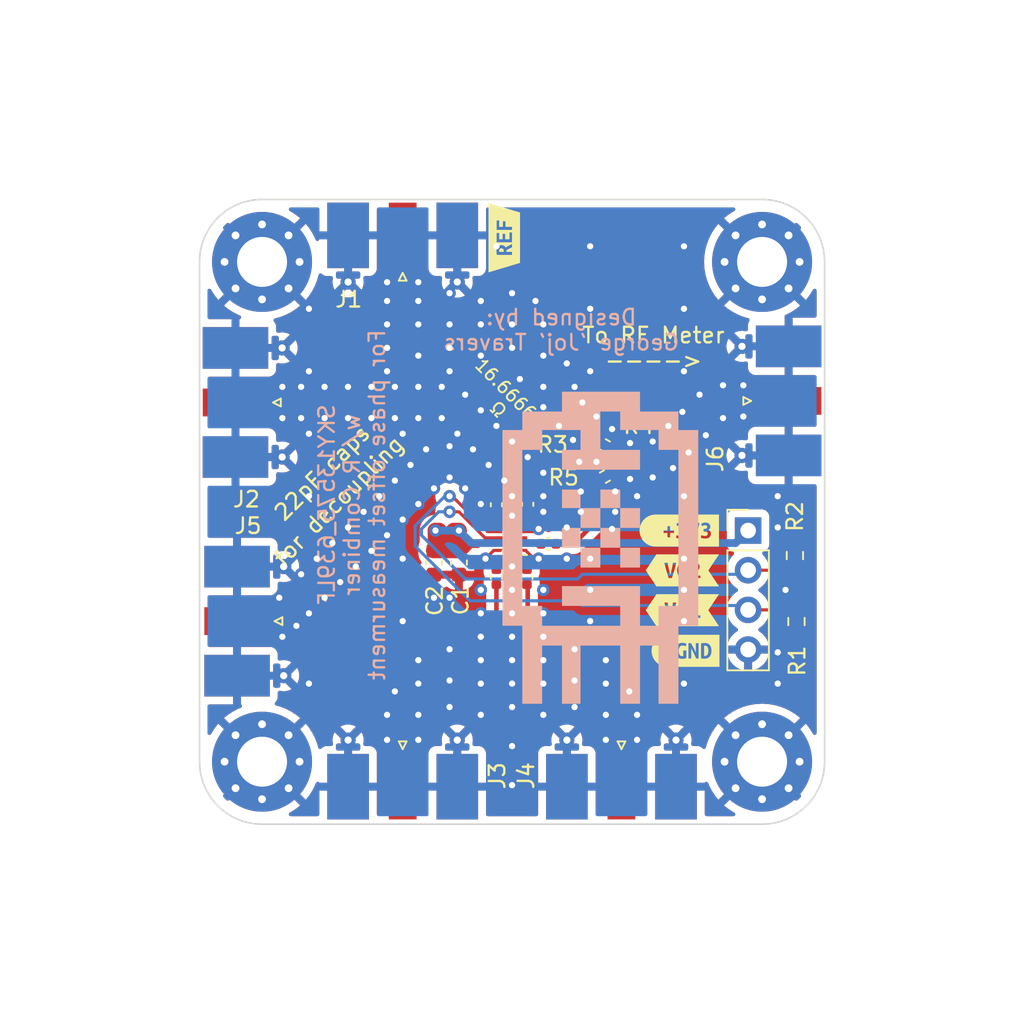
<source format=kicad_pcb>
(kicad_pcb (version 20211014) (generator pcbnew)

  (general
    (thickness 1.594)
  )

  (paper "A4")
  (layers
    (0 "F.Cu" jumper)
    (1 "In1.Cu" signal)
    (2 "In2.Cu" signal)
    (31 "B.Cu" signal)
    (32 "B.Adhes" user "B.Adhesive")
    (33 "F.Adhes" user "F.Adhesive")
    (34 "B.Paste" user)
    (35 "F.Paste" user)
    (36 "B.SilkS" user "B.Silkscreen")
    (37 "F.SilkS" user "F.Silkscreen")
    (38 "B.Mask" user)
    (39 "F.Mask" user)
    (40 "Dwgs.User" user "User.Drawings")
    (41 "Cmts.User" user "User.Comments")
    (42 "Eco1.User" user "User.Eco1")
    (43 "Eco2.User" user "User.Eco2")
    (44 "Edge.Cuts" user)
    (45 "Margin" user)
    (46 "B.CrtYd" user "B.Courtyard")
    (47 "F.CrtYd" user "F.Courtyard")
    (48 "B.Fab" user)
    (49 "F.Fab" user)
    (50 "User.1" user)
    (51 "User.2" user)
    (52 "User.3" user)
    (53 "User.4" user)
    (54 "User.5" user)
    (55 "User.6" user)
    (56 "User.7" user)
    (57 "User.8" user)
    (58 "User.9" user)
  )

  (setup
    (stackup
      (layer "F.SilkS" (type "Top Silk Screen") (color "White"))
      (layer "F.Paste" (type "Top Solder Paste"))
      (layer "F.Mask" (type "Top Solder Mask") (color "Purple") (thickness 0.01))
      (layer "F.Cu" (type "copper") (thickness 0.035))
      (layer "dielectric 1" (type "core") (thickness 0.49) (material "FR4") (epsilon_r 4.5) (loss_tangent 0.02))
      (layer "In1.Cu" (type "copper") (thickness 0.017))
      (layer "dielectric 2" (type "prepreg") (thickness 0.49) (material "FR4") (epsilon_r 4.5) (loss_tangent 0.02))
      (layer "In2.Cu" (type "copper") (thickness 0.017))
      (layer "dielectric 3" (type "core") (thickness 0.49) (material "FR4") (epsilon_r 4.5) (loss_tangent 0.02))
      (layer "B.Cu" (type "copper") (thickness 0.035))
      (layer "B.Mask" (type "Bottom Solder Mask") (color "Purple") (thickness 0.01))
      (layer "B.Paste" (type "Bottom Solder Paste"))
      (layer "B.SilkS" (type "Bottom Silk Screen") (color "White"))
      (copper_finish "None")
      (dielectric_constraints no)
    )
    (pad_to_mask_clearance 0)
    (pcbplotparams
      (layerselection 0x00010fc_ffffffff)
      (disableapertmacros false)
      (usegerberextensions false)
      (usegerberattributes true)
      (usegerberadvancedattributes true)
      (creategerberjobfile true)
      (svguseinch false)
      (svgprecision 6)
      (excludeedgelayer true)
      (plotframeref false)
      (viasonmask false)
      (mode 1)
      (useauxorigin false)
      (hpglpennumber 1)
      (hpglpenspeed 20)
      (hpglpendiameter 15.000000)
      (dxfpolygonmode true)
      (dxfimperialunits true)
      (dxfusepcbnewfont true)
      (psnegative false)
      (psa4output false)
      (plotreference true)
      (plotvalue true)
      (plotinvisibletext false)
      (sketchpadsonfab false)
      (subtractmaskfromsilk false)
      (outputformat 1)
      (mirror false)
      (drillshape 0)
      (scaleselection 1)
      (outputdirectory "gerbers")
    )
  )

  (net 0 "")
  (net 1 "+3V3")
  (net 2 "GND")
  (net 3 "2")
  (net 4 "Net-(C3-Pad2)")
  (net 5 "3")
  (net 6 "Net-(C4-Pad2)")
  (net 7 "Net-(C5-Pad1)")
  (net 8 "Net-(C5-Pad2)")
  (net 9 "4")
  (net 10 "Net-(C6-Pad2)")
  (net 11 "5")
  (net 12 "Net-(C7-Pad2)")
  (net 13 "VC1")
  (net 14 "VC2")
  (net 15 "1 (REF)")
  (net 16 "Net-(R3-Pad2)")
  (net 17 "Net-(J6-Pad1)")

  (footprint "kibuzzard-62EA5950" (layer "F.Cu") (at 215.5 31.45 90))

  (footprint "kibuzzard-62EA58B8" (layer "F.Cu") (at 226.9 55.3))

  (footprint "MountingHole:MountingHole_3.2mm_M3_Pad_Via" (layer "F.Cu") (at 232 33))

  (footprint "kibuzzard-62EA58A6" (layer "F.Cu") (at 227.1 57.9))

  (footprint "Capacitor_SMD:C_0402_1005Metric" (layer "F.Cu") (at 217 48.52 -90))

  (footprint "Capacitor_SMD:C_0402_1005Metric" (layer "F.Cu") (at 218.33 51.05))

  (footprint "Capacitor_SMD:C_0402_1005Metric" (layer "F.Cu") (at 215 53.18 90))

  (footprint "Resistor_SMD:R_0402_1005Metric" (layer "F.Cu") (at 223.86 45.75))

  (footprint "Connector_Coaxial:SMA_Molex_73251-2120_EdgeMount_Horizontal" (layer "F.Cu") (at 209 66.6 -90))

  (footprint "MountingHole:MountingHole_3.2mm_M3_Pad_Via" (layer "F.Cu") (at 200 33))

  (footprint "Capacitor_SMD:C_0603_1608Metric" (layer "F.Cu") (at 212.6 52.25 -90))

  (footprint "Connector_Coaxial:SMA_Molex_73251-2120_EdgeMount_Horizontal" (layer "F.Cu") (at 209 31.3 90))

  (footprint "kibuzzard-62EA58C1" (layer "F.Cu") (at 226.9 52.75))

  (footprint "kibuzzard-62EA5893" (layer "F.Cu") (at 226.7 50.2))

  (footprint "MountingHole:MountingHole_3.2mm_M3_Pad_Via" (layer "F.Cu") (at 200 65))

  (footprint "RF:Skyworks_SKY13575_639LF" (layer "F.Cu") (at 216 50.87 180))

  (footprint "Connector_PinHeader_2.54mm:PinHeader_1x04_P2.54mm_Vertical" (layer "F.Cu") (at 231.106673 50.2))

  (footprint "Connector_Coaxial:SMA_Molex_73251-2120_EdgeMount_Horizontal" (layer "F.Cu") (at 233.7 41.9))

  (footprint "Capacitor_SMD:C_0402_1005Metric" (layer "F.Cu") (at 216.95 53.18 90))

  (footprint "Connector_Coaxial:SMA_Molex_73251-2120_EdgeMount_Horizontal" (layer "F.Cu") (at 223 66.6 -90))

  (footprint "Resistor_SMD:R_0402_1005Metric" (layer "F.Cu") (at 221.941673 44.755 -30))

  (footprint "Capacitor_SMD:C_0402_1005Metric" (layer "F.Cu") (at 215 48.55 -90))

  (footprint "Resistor_SMD:R_0603_1608Metric" (layer "F.Cu") (at 234.1 51.8 -90))

  (footprint "Capacitor_SMD:C_0603_1608Metric" (layer "F.Cu") (at 211 52.25 -90))

  (footprint "MountingHole:MountingHole_3.2mm_M3_Pad_Via" (layer "F.Cu") (at 232 65))

  (footprint "Connector_Coaxial:SMA_Molex_73251-2120_EdgeMount_Horizontal" (layer "F.Cu") (at 198.3 42 180))

  (footprint "Resistor_SMD:R_0603_1608Metric" (layer "F.Cu") (at 234.2 56.025 90))

  (footprint "Resistor_SMD:R_0402_1005Metric" (layer "F.Cu") (at 221.941673 46.745 30))

  (footprint "Connector_Coaxial:SMA_Molex_73251-2120_EdgeMount_Horizontal" (layer "F.Cu") (at 198.4 56 180))

  (footprint "Graphics:BEE" (layer "B.Cu") (at 221.65 51.3 180))

  (gr_line (start 196 33) (end 196 65) (layer "Edge.Cuts") (width 0.1) (tstamp 3998dc9e-7b31-44da-ab3c-54318f1db859))
  (gr_arc (start 236 65) (mid 234.828427 67.828427) (end 232 69) (layer "Edge.Cuts") (width 0.1) (tstamp 5ce28a3d-ad76-4f11-8e73-46475ad6ee17))
  (gr_arc (start 196 33) (mid 197.171573 30.171573) (end 200 29) (layer "Edge.Cuts") (width 0.1) (tstamp 6ea13b63-3185-4073-9e61-3050f4643760))
  (gr_arc (start 200 69) (mid 197.171573 67.828427) (end 196 65) (layer "Edge.Cuts") (width 0.1) (tstamp 94920d4f-fe03-4fd5-9ec5-17917dc209f3))
  (gr_arc (start 232 29) (mid 234.828427 30.171573) (end 236 33) (layer "Edge.Cuts") (width 0.1) (tstamp 9e33a3d6-f1b5-4d14-adfd-76a59635b5e6))
  (gr_line (start 232 69) (end 200 69) (layer "Edge.Cuts") (width 0.1) (tstamp a57af9a1-066a-4889-8885-6649fcb0584f))
  (gr_line (start 236 33) (end 236 65) (layer "Edge.Cuts") (width 0.1) (tstamp d04b08c7-6a1f-4ee9-b649-e16eba3d10e5))
  (gr_line (start 200 29) (end 232 29) (layer "Edge.Cuts") (width 0.1) (tstamp f6f6a073-4e4b-421f-b04b-481957bb5dff))
  (gr_text "Designed by:\nGeorge 'Joj' Travers" (at 219.15 37.35) (layer "B.SilkS") (tstamp cc5fabb2-a37f-4232-84ad-70072800c032)
    (effects (font (size 1 1) (thickness 0.15)) (justify mirror))
  )
  (gr_text "SKY13575_639LF\nw/ R Combiner\nFor phase offset measurment" (at 205.75 48.55 90) (layer "B.SilkS") (tstamp f298b884-17b4-4424-9ca3-ef43244d2c7a)
    (effects (font (size 1 1) (thickness 0.15)) (justify mirror))
  )
  (gr_text "22pF caps" (at 203.85 46.5 45) (layer "F.SilkS") (tstamp 1f5effcc-6ff8-4d86-8883-37cb32f032e2)
    (effects (font (size 1 1) (thickness 0.15)))
  )
  (gr_text "for decoupling\n" (at 204.9 48.3 45) (layer "F.SilkS") (tstamp 52ba0c7f-c134-48c6-a4c7-0821cb4c13cc)
    (effects (font (size 1 1) (thickness 0.15)))
  )
  (gr_text "16.6666...\nΩ" (at 215.55 42 315) (layer "F.SilkS") (tstamp 98dce703-9dc0-4afb-ab17-229165dfeb98)
    (effects (font (size 0.8 0.8) (thickness 0.12)))
  )
  (gr_text "To RF Meter\n---->" (at 225.05 38.5) (layer "F.SilkS") (tstamp a32039c6-2c9a-445d-af62-18f7085afbc6)
    (effects (font (size 1 1) (thickness 0.15)))
  )

  (segment (start 213.005 51.07) (end 213.78 51.07) (width 0.5) (layer "F.Cu") (net 1) (tstamp 012268fc-6686-4df6-85b4-c4092a2d6999))
  (segment (start 212.6 51.475) (end 213.005 51.07) (width 1) (layer "F.Cu") (net 1) (tstamp 3a218f8d-2fd0-4f46-ac65-e4882e31e4c2))
  (segment (start 211.1 51.375) (end 211 51.475) (width 1) (layer "F.Cu") (net 1) (tstamp 3ebc2cd3-9c56-46ef-a651-31fd440b33ea))
  (segment (start 215.07 51.07) (end 215.0695 51.0695) (width 0.2) (layer "F.Cu") (net 1) (tstamp 4ae2ca0b-cfc3-489f-b8dd-0e49a3eafa97))
  (segment (start 211.325 50.2) (end 212.6 51.475) (width 1) (layer "F.Cu") (net 1) (tstamp 5a893204-fa1d-4770-a27a-379266860f24))
  (segment (start 211.1 50.2) (end 211.1 51.375) (width 1) (layer "F.Cu") (net 1) (tstamp 5aa54319-13d9-46f1-880d-a9136faf2327))
  (segment (start 211.1 50.2) (end 211.325 50.2) (width 1) (layer "F.Cu") (net 1) (tstamp 90e4896c-d187-4981-90df-0aab2b236d31))
  (segment (start 212.6 50.2) (end 212.6 51.475) (width 1) (layer "F.Cu") (net 1) (tstamp a145ae44-c7d4-424e-acd7-54fbaf96eb64))
  (segment (start 212.6 50.2) (end 212.275 50.2) (width 1) (layer "F.Cu") (net 1) (tstamp b08f37fb-9524-4644-a28d-57b016079b92))
  (segment (start 215.228 51.07) (end 213.92 51.07) (width 0.2) (layer "F.Cu") (net 1) (tstamp bd28e9cf-9b69-4574-abdb-87d104571a0e))
  (segment (start 212.6 51.475) (end 211 51.475) (width 1) (layer "F.Cu") (net 1) (tstamp d9c6f7ae-7385-46ae-a461-752729b08fa2))
  (segment (start 213.92 51.07) (end 213.78 51.07) (width 0.2) (layer "F.Cu") (net 1) (tstamp dd0e9123-2464-4835-9bb2-c96dce7c33bf))
  (segment (start 212.275 50.2) (end 211 51.475) (width 1) (layer "F.Cu") (net 1) (tstamp e0881201-a753-4531-b97b-4c2f5e47a2f6))
  (segment (start 212.6 51.475) (end 212.825 51.25) (width 0.5) (layer "F.Cu") (net 1) (tstamp e8291981-9d46-4e1a-a8fa-fcd0df263b8c))
  (segment (start 215.228 51.07) (end 215.07 51.07) (width 0.2) (layer "F.Cu") (net 1) (tstamp eca987e9-313e-4721-97de-ecc1c4e35eb2))
  (via (at 212.6 50.2) (size 0.8) (drill 0.4) (layers "F.Cu" "B.Cu") (free) (net 1) (tstamp 1b8d8bc1-4f2e-4501-8438-1a4b93377fc8))
  (via (at 211.1 50.2) (size 0.8) (drill 0.4) (layers "F.Cu" "B.Cu") (free) (net 1) (tstamp ddbdc4b8-0f7c-4034-a885-d40bfc8a1284))
  (segment (start 211.1 50.2) (end 212.6 50.2) (width 0.5) (layer "B.Cu") (net 1) (tstamp 19a00be9-a5d1-416f-8b4b-30ee690c46dd))
  (segment (start 230.306673 51) (end 231.106673 50.2) (width 0.5) (layer "B.Cu") (net 1) (tstamp 254a9178-d73e-4452-9487-7c26170c86cb))
  (segment (start 212.6 50.2) (end 213.4 51) (width 0.5) (layer "B.Cu") (net 1) (tstamp 6d55165d-9776-4c31-b093-70c4e14afe4f))
  (segment (start 213.4 51) (end 230.306673 51) (width 0.5) (layer "B.Cu") (net 1) (tstamp ba4fe843-d30c-4dbc-aa4b-0ca253c4adfb))
  (segment (start 216 50.87) (end 216 51.642) (width 0.2) (layer "F.Cu") (net 2) (tstamp 1b2fdd7f-525c-47e2-9a26-d3e410155653))
  (segment (start 217.532 50.268) (end 217.7 50.1) (width 0.2) (layer "F.Cu") (net 2) (tstamp 2934886d-7016-4ba8-a26f-b19c23b5cc52))
  (segment (start 216.866 50.268) (end 217.532 50.268) (width 0.2) (layer "F.Cu") (net 2) (tstamp 650b0955-b17e-41ce-b1c5-0af548e32da7))
  (segment (start 216 51.642) (end 216 52.5) (width 0.2) (layer "F.Cu") (net 2) (tstamp 7ddc6a9d-5d1d-41e2-b9a4-3f0f93bab3e4))
  (segment (start 215.128 51.47) (end 214.83 51.47) (width 0.2) (layer "F.Cu") (net 2) (tstamp 86460793-718d-4830-b3ba-87ca7513d922))
  (segment (start 216 49.25) (end 216 50.098) (width 0.2) (layer "F.Cu") (net 2) (tstamp 8cbbaf91-ccdb-41f9-862d-7f3a892ba1d1))
  (segment (start 214.83 51.47) (end 214.3 52) (width 0.2) (layer "F.Cu") (net 2) (tstamp 8fbcbc16-546e-4ab2-a054-2d942751a032))
  (segment (start 216 50.87) (end 216 50.098) (width 0.2) (layer "F.Cu") (net 2) (tstamp 917b000a-a18f-4a64-a780-62e0595db609))
  (segment (start 216.2 50.67) (end 216.772 50.67) (width 0.2) (layer "F.Cu") (net 2) (tstamp a8f5055d-04b1-447d-9ff6-779ca17d1016))
  (segment (start 217.7 52) (end 217.395 52) (width 0.2) (layer "F.Cu") (net 2) (tstamp aa0714cf-e37c-44fd-88b7-25fd422edf82))
  (segment (start 216 50.87) (end 216.2 50.67) (width 0.2) (layer "F.Cu") (net 2) (tstamp d2a556ef-9a00-4a95-8130-46464cb7dcb0))
  (segment (start 217.395 52) (end 216.866 51.471) (width 0.2) (layer "F.Cu") (net 2) (tstamp d340e135-1d3f-482c-a753-467588eaca45))
  (via (at 227 36) (size 0.8) (drill 0.4) (layers "F.Cu" "B.Cu") (free) (net 2) (tstamp 00fecde9-3a73-4265-8a21-a317b21f85d8))
  (via (at 222.4 43.7) (size 0.8) (drill 0.4) (layers "F.Cu" "B.Cu") (free) (net 2) (tstamp 058cb416-3110-4ca2-a5c7-25fd0d4cf472))
  (via (at 221 32) (size 0.8) (drill 0.4) (layers "F.Cu" "B.Cu") (free) (net 2) (tstamp 08445f36-01bc-4668-8d28-c0c2f74c1133))
  (via (at 223.55 46.9) (size 0.8) (drill 0.4) (layers "F.Cu" "B.Cu") (free) (net 2) (tstamp 0a93d9fb-34d1-4fef-932c-42bd240ec7b9))
  (via (at 217.7 50.1) (size 0.8) (drill 0.4) (layers "F.Cu" "B.Cu") (free) (net 2) (tstamp 0ad2b623-a2c8-4b0c-9c8c-c3aeafc98bc6))
  (via (at 220 41) (size 0.8) (drill 0.4) (layers "F.Cu" "B.Cu") (free) (net 2) (tstamp 0ba4f1c6-6494-4422-be1d-83b023f8eb82))
  (via locked (at 216 54) (size 0.8) (drill 0.4) (layers "F.Cu" "B.Cu") (free) (net 2) (tstamp 1341cd6c-5789-4df1-b016-7e8e41105160))
  (via (at 218 62) (size 0.8) (drill 0.4) (layers "F.Cu" "B.Cu") (free) (net 2) (tstamp 1716b898-e66f-46bd-bee9-93a6b4a4f037))
  (via (at 220 57.8) (size 0.8) (drill 0.4) (layers "F.Cu" "B.Cu") (free) (net 2) (tstamp 18cc154f-ba80-4057-81c3-4290304b5fda))
  (via (at 210 58.5) (size 0.8) (drill 0.4) (layers "F.Cu" "B.Cu") (free) (net 2) (tstamp 1915f54d-da6e-4165-8fa2-7c6f2816d55b))
  (via locked (at 214 48.5) (size 0.8) (drill 0.4) (layers "F.Cu" "B.Cu") (free) (net 2) (tstamp 19a2a29a-5c4d-48be-8768-ed1c2bc70556))
  (via (at 224 48) (size 0.8) (drill 0.4) (layers "F.Cu" "B.Cu") (free) (net 2) (tstamp 1b44b85d-f406-493c-b386-e6cc2fdbf5bd))
  (via locked (at 205.5 43) (size 0.8) (drill 0.4) (layers "F.Cu" "B.Cu") (free) (net 2) (tstamp 1b98a9c9-780a-4280-8613-e06c8a6542a7))
  (via (at 206.5 49) (size 0.8) (drill 0.4) (layers "F.Cu" "B.Cu") (free) (net 2) (tstamp 1c98b871-00e6-41be-84d9-0be5c3362a80))
  (via locked (at 211.5 43) (size 0.8) (drill 0.4) (layers "F.Cu" "B.Cu") (free) (net 2) (tstamp 1f78e17f-9c8f-46fb-b7a8-3492e30e2836))
  (via (at 205.5 50) (size 0.8) (drill 0.4) (layers "F.Cu" "B.Cu") (free) (net 2) (tstamp 2117f550-e61c-447a-89ae-70610be58a21))
  (via (at 216 66.5) (size 0.8) (drill 0.4) (layers "F.Cu" "B.Cu") (free) (net 2) (tstamp 24f723f9-809a-47f2-b54c-b3898d76c4ce))
  (via (at 233 48) (size 0.8) (drill 0.4) (layers "F.Cu" "B.Cu") (free) (net 2) (tstamp 255512c3-5073-41b3-956c-d12ce5d8aacf))
  (via locked (at 204 41) (size 0.8) (drill 0.4) (layers "F.Cu" "B.Cu") (free) (net 2) (tstamp 2598cc34-98d0-4020-8b04-cabe01b13658))
  (via (at 217 45.5) (size 0.8) (drill 0.4) (layers "F.Cu" "B.Cu") (free) (net 2) (tstamp 2a08f103-d0b9-4ca2-b83e-a8fc91329683))
  (via (at 225 46.8) (size 0.8) (drill 0.4) (layers "F.Cu" "B.Cu") (free) (net 2) (tstamp 2a90d3fd-8bfc-4cfd-a1e0-5d4d003e9464))
  (via (at 210 39) (size 0.8) (drill 0.4) (layers "F.Cu" "B.Cu") (free) (net 2) (tstamp 2c245652-8dfe-4146-9a43-7c1d1d67832b))
  (via (at 221 56) (size 0.8) (drill 0.4) (layers "F.Cu" "B.Cu") (free) (net 2) (tstamp 2d98257d-8c8d-42c5-b7f6-4b33c63c49e3))
  (via (at 227.3 45.2) (size 0.8) (drill 0.4) (layers "F.Cu" "B.Cu") (free) (net 2) (tstamp 31bbd525-83b6-412d-a6d2-3545c4036c0e))
  (via locked (at 216 55.5) (size 0.8) (drill 0.4) (layers "F.Cu" "B.Cu") (free) (net 2) (tstamp 32969468-aaa1-44bb-ada4-7a32e0f041d4))
  (via (at 218 42.3) (size 0.8) (drill 0.4) (layers "F.Cu" "B.Cu") (free) (net 2) (tstamp 3329956b-100e-4d45-983d-07793442e7ca))
  (via (at 220.4 49) (size 0.8) (drill 0.4) (layers "F.Cu" "B.Cu") (free) (net 2) (tstamp 372a209e-987e-4529-87e0-dfd368857911))
  (via locked (at 205.5 41) (size 0.8) (drill 0.4) (layers "F.Cu" "B.Cu") (free) (net 2) (tstamp 378f88a8-6c14-40a4-aa65-02da4cbe7481))
  (via (at 219.5 39.5) (size 0.8) (drill 0.4) (layers "F.Cu" "B.Cu") (free) (net 2) (tstamp 39bf9596-a440-4860-97cd-1823ddb99479))
  (via (at 233 50) (size 0.8) (drill 0.4) (layers "F.Cu" "B.Cu") (free) (net 2) (tstamp 3b125daf-3a2b-4d6f-b655-0d3f87559548))
  (via locked (at 214 57) (size 0.8) (drill 0.4) (layers "F.Cu" "B.Cu") (free) (net 2) (tstamp 3b470c73-c719-4f84-89f2-4aa97414be8e))
  (via (at 208 37) (size 0.8) (drill 0.4) (layers "F.Cu" "B.Cu") (free) (net 2) (tstamp 3cee44e4-bf19-47a8-86f3-858e4d0987c1))
  (via (at 216 44.5) (size 0.8) (drill 0.4) (layers "F.Cu" "B.Cu") (free) (net 2) (tstamp 3f05fe49-40df-4738-aaab-4a2c80dae190))
  (via (at 209 49.5) (size 0.8) (drill 0.4) (layers "F.Cu" "B.Cu") (free) (net 2) (tstamp 406e2c3c-4b49-4eaf-8a2e-86ee008e22e3))
  (via (at 217.5 35.5) (size 0.8) (drill 0.4) (layers "F.Cu" "B.Cu") (free) (net 2) (tstamp 40d9a8a9-d0c4-43f4-98e0-c48223aebc1a))
  (via (at 216 52.5) (size 0.8) (drill 0.4) (layers "F.Cu" "B.Cu") (free) (net 2) (tstamp 40ddd1a0-6d10-4958-9f8a-3b6c253f7f80))
  (via (at 227 32) (size 0.8) (drill 0.4) (layers "F.Cu" "B.Cu") (free) (net 2) (tstamp 41d396c0-b9ff-4bdf-bd86-fc22ef761e94))
  (via (at 216 61.5) (size 0.8) (drill 0.4) (layers "F.Cu" "B.Cu") (free) (net 2) (tstamp 42ed7ad0-6591-4afb-ade4-8a4300b9b1f8))
  (via (at 220 61.5) (size 0.8) (drill 0.4) (layers "F.Cu" "B.Cu") (free) (net 2) (tstamp 44946c8a-b659-45a1-8fb9-87d8da314729))
  (via (at 210 62) (size 0.8) (drill 0.4) (layers "F.Cu" "B.Cu") (free) (net 2) (tstamp 44bd0bee-9481-4ffe-aed8-a46a9783c521))
  (via (at 203 48) (size 0.8) (drill 0.4) (layers "F.Cu" "B.Cu") (free) (net 2) (tstamp 455acfe8-06e8-4fc5-847e-f93f4a0c8fe7))
  (via (at 212 59.8) (size 0.8) (drill 0.4) (layers "F.Cu" "B.Cu") (free) (net 2) (tstamp 461c638f-db35-413c-8439-f9940e05c935))
  (via locked (at 204 43) (size 0.8) (drill 0.4) (layers "F.Cu" "B.Cu") (free) (net 2) (tstamp 47cebe47-3d3b-4265-9978-981b0832f80d))
  (via (at 208 50.5) (size 0.8) (drill 0.4) (layers "F.Cu" "B.Cu") (free) (net 2) (tstamp 4cf0cd3f-a3d3-4272-839c-6db84a7a5f34))
  (via (at 223.55 44.6) (size 0.8) (drill 0.4) (layers "F.Cu" "B.Cu") (free) (net 2) (tstamp 4d389db9-9ead-46d3-92f6-18394d029fd6))
  (via (at 210 37) (size 0.8) (drill 0.4) (layers "F.Cu" "B.Cu") (free) (net 2) (tstamp 4f3072e8-96e4-4457-90cc-8e7df315d62b))
  (via (at 224 62) (size 0.8) (drill 0.4) (layers "F.Cu" "B.Cu") (free) (net 2) (tstamp 4ff7535b-ddd8-495f-83a9-936a3edcd7bc))
  (via (at 227 56) (size 0.8) (drill 0.4) (layers "F.Cu" "B.Cu") (free) (net 2) (tstamp 52374a24-3850-42e8-9d43-9251470779a4))
  (via (at 220.4 47.7) (size 0.8) (drill 0.4) (layers "F.Cu" "B.Cu") (free) (net 2) (tstamp 5283864c-6e47-4bca-9526-653c8db7f903))
  (via (at 221 40) (size 0.8) (drill 0.4) (layers "F.Cu" "B.Cu") (free) (net 2) (tstamp 52dfa6e5-6b71-4e15-9326-a2f4f354ede2))
  (via (at 222.6 47.7) (size 0.8) (drill 0.4) (layers "F.Cu" "B.Cu") (free) (net 2) (tstamp 543f0219-51b9-400f-a136-4ccd96c292c0))
  (via (at 210 48.5) (size 0.8) (drill 0.4) (layers "F.Cu" "B.Cu") (free) (net 2) (tstamp 55db03f2-7719-431d-8529-5749733b8ff3))
  (via (at 229.5 40.9) (size 0.8) (drill 0.4) (layers "F.Cu" "B.Cu") (free) (net 2) (tstamp 563dd563-7477-4695-a698-df81d2123a4a))
  (via (at 214 35.5) (size 0.8) (drill 0.4) (layers "F.Cu" "B.Cu") (free) (net 2) (tstamp 56c5be11-a204-4082-8130-d4c68d9e4c0d))
  (via (at 218 39) (size 0.8) (drill 0.4) (layers "F.Cu" "B.Cu") (free) (net 2) (tstamp 59a8f73a-5061-4cb0-927c-4eb93a5f4f96))
  (via (at 201.3 57) (size 0.8) (drill 0.4) (layers "F.Cu" "B.Cu") (free) (net 2) (tstamp 5a769698-4c2f-42ba-bb8e-4295634bb174))
  (via (at 212 38.5) (size 0.8) (drill 0.4) (layers "F.Cu" "B.Cu") (free) (net 2) (tstamp 5cb54571-25a4-441a-bb99-7994527de3a7))
  (via locked (at 207 41) (size 0.8) (drill 0.4) (layers "F.Cu" "B.Cu") (free) (net 2) (tstamp 5d4c84be-22b6-47f8-a17d-381e4a1f82d2))
  (via (at 208 35.5) (size 0.8) (drill 0.4) (layers "F.Cu" "B.Cu") (free) (net 2) (tstamp 6307565d-34be-412d-8166-b2ffc22dcd81))
  (via (at 221.4 42.9) (size 0.8) (drill 0.4) (layers "F.Cu" "B.Cu") (free) (net 2) (tstamp 63626aa6-3f91-4204-86d7-487cd8f4f078))
  (via (at 203 36) (size 0.8) (drill 0.4) (layers "F.Cu" "B.Cu") (free) (net 2) (tstamp 64b7ae3d-e52a-4589-a7dd-e2e27f02c003))
  (via (at 222.4 50.1) (size 0.8) (drill 0.4) (layers "F.Cu" "B.Cu") (free) (net 2) (tstamp 64d67321-7975-4a4c-bc93-847a568984a1))
  (via (at 212 44.8) (size 0.8) (drill 0.4) (layers "F.Cu" "B.Cu") (free) (net 2) (tstamp 6633cb50-b23d-4a0b-9698-21fb9d4d6d5c))
  (via locked (at 208.5 43) (size 0.8) (drill 0.4) (layers "F.Cu" "B.Cu") (free) (net 2) (tstamp 68fc9b63-876b-4c6b-a8c0-b4628d456b64))
  (via (at 227 40) (size 0.8) (drill 0.4) (layers "F.Cu" "B.Cu") (free) (net 2) (tstamp 6e48bb35-e2cb-401a-9021-06bb4ca0a976))
  (via (at 221 52) (size 0.8) (drill 0.4) (layers "F.Cu" "B.Cu") (free) (net 2) (tstamp 70a942fb-6c97-4f5c-b03f-11dac46d7ab6))
  (via locked (at 214 54) (size 0.8) (drill 0.4) (layers "F.Cu" "B.Cu") (free) (net 2) (tstamp 70d502a5-45c1-4117-9d10-72bdc32b288b))
  (via (at 211 47.5) (size 0.8) (drill 0.4) (layers "F.Cu" "B.Cu") (free) (net 2) (tstamp 75a9ab9f-7113-4123-b222-5c2843b76ad8))
  (via (at 227 48) (size 0.8) (drill 0.4) (layers "F.Cu" "B.Cu") (free) (net 2) (tstamp 771f3550-cad0-46e9-ab2f-697df58ee85d))
  (via (at 208 38.5) (size 0.8) (drill 0.4) (layers "F.Cu" "B.Cu") (free) (net 2) (tstamp 7751e3c3-94a4-4895-8b77-059977f57aa9))
  (via locked (at 216 57) (size 0.8) (drill 0.4) (layers "F.Cu" "B.Cu") (free) (net 2) (tstamp 7c22aa6c-eadd-48db-a00d-55591df28f3d))
  (via (at 203 44) (size 0.8) (drill 0.4) (layers "F.Cu" "B.Cu") (free) (net 2) (tstamp 7d469328-7407-4aca-8511-0abdd95df6f9))
  (via (at 217.7 52) (size 0.8) (drill 0.4) (layers "F.Cu" "B.Cu") (free) (net 2) (tstamp 7d9c3beb-93a9-495a-a436-9a8fd2df5f2e))
  (via (at 203.5 52) (size 0.8) (drill 0.4) (layers "F.Cu" "B.Cu") (free) (net 2) (tstamp 7ec89c72-c37d-4601-b2b4-3cd058dd6e49))
  (via (at 206 52.5) (size 0.8) (drill 0.4) (layers "F.Cu" "B.Cu") (free) (net 2) (tstamp 7f9e92d5-a54b-4c05-8629-55bf9fda739f))
  (via (at 223.5 60.5) (size 0.8) (drill 0.4) (layers "F.Cu" "B.Cu") (free) (net 2) (tstamp 7fb7631f-5df3-46c1-b7f3-0cb591d95918))
  (via locked (at 202.5 41) (size 0.8) (drill 0.4) (layers "F.Cu" "B.Cu") (free) (net 2) (tstamp 80e805d5-3814-4688-91af-a6e79908c0b9))
  (via (at 222 58.5) (size 0.8) (drill 0.4) (layers "F.Cu" "B.Cu") (free) (net 2) (tstamp 819fbaa0-1124-4f74-895e-8be34c6af827))
  (via (at 212 54.5) (size 0.8) (drill 0.4) (layers "F.Cu" "B.Cu") (free) (net 2) (tstamp 81c07b13-d05c-4223-b69c-199656244b2f))
  (via (at 216 35) (size 0.8) (drill 0.4) (layers "F.Cu" "B.Cu") (free) (net 2) (tstamp 82ceedec-b6b4-462a-b251-1084ef79f6a5))
  (via (at 208 62) (size 0.8) (drill 0.4) (layers "F.Cu" "B.Cu") (free) (net 2) (tstamp 82f2f0d3-7cef-429a-a4ae-16d7ce20ca8f))
  (via (at 214 37) (size 0.8) (drill 0.4) (layers "F.Cu" "B.Cu") (free) (net 2) (tstamp 872ba0bb-ecc4-4f00-b4e3-d415c9ef6aca))
  (via (at 228.4 44.1) (size 0.8) (drill 0.4) (layers "F.Cu" "B.Cu") (free) (net 2) (tstamp 87c33ab6-b26c-4b3b-9291-839920b2f855))
  (via (at 233.5 54) (size 0.8) (drill 0.4) (layers "F.Cu" "B.Cu") (free) (net 2) (tstamp 87d8d93a-05b3-48b7-baa7-bef9a0477104))
  (via locked (at 213 47.5) (size 0.8) (drill 0.4) (layers "F.Cu" "B.Cu") (free) (net 2) (tstamp 88340dd0-2350-489e-8f14-7fa83089c6df))
  (via (at 221 54) (size 0.8) (drill 0.4) (layers "F.Cu" "B.Cu") (free) (net 2) (tstamp 8b421e2a-49e7-4f4e-a808-b01d27299651))
  (via (at 208 40) (size 0.8) (drill 0.4) (layers "F.Cu" "B.Cu") (free) (net 2) (tstamp 8dbd6f93-8c1c-4778-9488-ed8544ac9a8b))
  (via (at 222 60) (size 0.8) (drill 0.4) (layers "F.Cu" "B.Cu") (free) (net 2) (tstamp 8e3404c5-4741-4aa7-9a2e-45975a2b842a))
  (via (at 215 43.5) (size 0.8) (drill 0.4) (layers "F.Cu" "B.Cu") (free) (net 2) (tstamp 8e8c4dc2-676a-4b44-bac4-aacc5cab387c))
  (via (at 203 40) (size 0.8) (drill 0.4) (layers "F.Cu" "B.Cu") (free) (net 2) (tstamp 901d5787-dbb3-477b-be15-cc48f91a7f1b))
  (via (at 203 60) (size 0.8) (drill 0.4) (layers "F.Cu" "B.Cu") (free) (net 2) (tstamp 90f54109-a12c-4a51-937b-d2bc0dfa954c))
  (via (at 222 63.6) (size 0.8) (drill 0.4) (layers "F.Cu" "B.Cu") (free) (net 2) (tstamp 932dff0b-d677-4090-9cb7-24d5fdc64ea9))
  (via (at 224 63.6) (size 0.8) (drill 0.4) (layers "F.Cu" "B.Cu") (free) (net 2) (tstamp 9379f045-cf37-4d7f-8781-23dc62c02e29))
  (via locked (at 210 43) (size 0.8) (drill 0.4) (layers "F.Cu" "B.Cu") (free) (net 2) (tstamp 93bbb2e6-ee60-43d1-be79-72396dfca293))
  (via (at 205 53.5) (size 0.8) (drill 0.4) (layers "F.Cu" "B.Cu") (free) (net 2) (tstamp 9637fac9-b292-4d88-8447-636459e6b9c8))
  (via locked (at 202.5 43) (size 0.8) (drill 0.4) (layers "F.Cu" "B.Cu") (free) (net 2) (tstamp 96543279-6bb4-4347-8464-030537020b55))
  (via locked (at 213 41.5) (size 0.8) (drill 0.4) (layers "F.Cu" "B.Cu") (free) (net 2) (tstamp 96d12ac8-73ef-4eeb-b7d3-2ea689a6ebb9))
  (via (at 214 39) (size 0.8) (drill 0.4) (layers "F.Cu" "B.Cu") (free) (net 2) (tstamp 97cf4e0b-d078-470a-8f68-d8e6793139f0))
  (via (at 218 46.5) (size 0.8) (drill 0.4) (layers "F.Cu" "B.Cu") (free) (net 2) (tstamp 98f015d3-7bce-4363-8fac-c9a38aec5b7b))
  (via (at 212 37) (size 0.8) (drill 0.4) (layers "F.Cu" "B.Cu") (free) (net 2) (tstamp 9ac3f552-3711-4a35-99e8-6bfdf7596b9b))
  (via (at 222.6 49) (size 0.8) (drill 0.4) (layers "F.Cu" "B.Cu") (free) (net 2) (tstamp 9b512598-d701-4ab6-ae1d-142d0fb860c1))
  (via locked (at 213.5 45) (size 0.8) (drill 0.4) (layers "F.Cu" "B.Cu") (free) (net 2) (tstamp 9c74c2fa-f28a-4a47-a17a-b4f997ca01db))
  (via (at 216 37) (size 0.8) (drill 0.4) (layers "F.Cu" "B.Cu") (free) (net 2) (tstamp 9ec3bd90-65db-4100-917e-cc2406085c3b))
  (via (at 210 60) (size 0.8) (drill 0.4) (layers "F.Cu" "B.Cu") (free) (net 2) (tstamp a1e2c38d-31de-4e3d-9597-f7340a8465c6))
  (via (at 204.5 51) (size 0.8) (drill 0.4) (layers "F.Cu" "B.Cu") (free) (net 2) (tstamp a26f4b65-2e78-4cf2-a385-1c2a1b11ad6b))
  (via (at 214 58.5) (size 0.8) (drill 0.4) (layers "F.Cu" "B.Cu") (free) (net 2) (tstamp a2d5937a-83cd-4314-834b-76b31332c38a))
  (via (at 212 40) (size 0.8) (drill 0.4) (layers "F.Cu" "B.Cu") (free) (net 2) (tstamp a41a37cc-b547-4cdf-aa6d-690a3846f8da))
  (via (at 221 36) (size 0.8) (drill 0.4) (layers "F.Cu" "B.Cu") (free) (net 2) (tstamp a42ef56f-a8d3-4e21-b85b-8f2108ce52bb))
  (via locked (at 207 43) (size 0.8) (drill 0.4) (layers "F.Cu" "B.Cu") (free) (net 2) (tstamp a56c0f82-4912-44e7-97cc-ae461431740a))
  (via (at 220 59.8) (size 0.8) (drill 0.4) (layers "F.Cu" "B.Cu") (free) (net 2) (tstamp a6060585-cef0-407b-a721-7f7604d7f52e))
  (via locked (at 212.5 44) (size 0.8) (drill 0.4) (layers "F.Cu" "B.Cu") (free) (net 2) (tstamp a7cac0af-f9df-4b6a-a77b-adfe765098b0))
  (via (at 218 58.5) (size 0.8) (drill 0.4) (layers "F.Cu" "B.Cu") (free) (net 2) (tstamp a7fcec15-d9a6-48e5-b360-6bc349a0cb8a))
  (via (at 207.5 48) (size 0.8) (drill 0.4) (layers "F.Cu" "B.Cu") (free) (net 2) (tstamp a98e61e1-8967-4f8d-8bdb-7dd97cb66bcf))
  (via locked (at 216 49.25) (size 0.8) (drill 0.4) (layers "F.Cu" "B.Cu") (free) (net 2) (tstamp aaeb990d-9527-4c74-a917-c9f81d04df4c))
  (via (at 204 54.5) (size 0.8) (drill 0.4) (layers "F.Cu" "B.Cu") (free) (net 2) (tstamp ad7c5399-c837-43e6-829e-2c1f8e5139eb))
  (via (at 202.2 56.3) (size 0.8) (drill 0.4) (layers "F.Cu" "B.Cu") (free) (net 2) (tstamp ae1121e4-62fa-42fa-83fe-e0d776de1103))
  (via (at 219.9 44.4) (size 0.8) (drill 0.4) (layers "F.Cu" "B.Cu") (free) (net 2) (tstamp aef4258d-3a84-40cc-bfd2-1f95398db764))
  (via (at 214 62) (size 0.8) (drill 0.4) (layers "F.Cu" "B.Cu") (free) (net 2) (tstamp b0e79041-b8ec-4a17-9678-bf333817b709))
  (via locked (at 211.5 41) (size 0.8) (drill 0.4) (layers "F.Cu" "B.Cu") (free) (net 2) (tstamp b0febf62-b493-4b41-ad10-92b0db9c535c))
  (via locked (at 218 54) (size 0.8) (drill 0.4) (layers "F.Cu" "B.Cu") (free) (net 2) (tstamp b14bc7be-933b-4986-aaf8-6188b1ccd182))
  (via (at 207 51.5) (size 0.8) (drill 0.4) (layers "F.Cu" "B.Cu") (free) (net 2) (tstamp b32e76a5-4b17-4c80-86ef-3c5e2e54970e))
  (via (at 215 32) (size 0.8) (drill 0.4) (layers "F.Cu" "B.Cu") (free) (net 2) (tstamp b415d37f-f4e4-4f76-8481-f748353be347))
  (via (at 216 58.5) (size 0.8) (drill 0.4) (layers "F.Cu" "B.Cu") (free) (net 2) (tstamp b4bd843d-4bef-46ca-8cb2-b52eebf21c1b))
  (via (at 226 43.5) (size 0.8) (drill 0.4) (layers "F.Cu" "B.Cu") (free) (net 2) (tstamp b606529d-0cc7-423d-99d8-a7d43ca09226))
  (via (at 212 61.5) (size 0.8) (drill 0.4) (layers "F.Cu" "B.Cu") (free) (net 2) (tstamp b7ebb02c-6234-46a9-a7e5-694d5cde2d02))
  (via (at 218 60) (size 0.8) (drill 0.4) (layers "F.Cu" "B.Cu") (free) (net 2) (tstamp b7f15eb8-e935-4947-860c-e665b962f512))
  (via (at 212 57.8) (size 0.8) (drill 0.4) (layers "F.Cu" "B.Cu") (free) (net 2) (tstamp b9c12d1e-4866-4562-8381-87956a09beaf))
  (via (at 229.5 43) (size 0.8) (drill 0.4) (layers "F.Cu" "B.Cu") (free) (net 2) (tstamp bd555f92-66b1-42d7-ac91-e2a59f7fe5b9))
  (via locked (at 208.5 41) (size 0.8) (drill 0.4) (layers "F.Cu" "B.Cu") (free) (net 2) (tstamp be7202b2-8473-4304-859e-feed5bda1998))
  (via (at 220.3 45.8) (size 0.8) (drill 0.4) (layers "F.Cu" "B.Cu") (free) (net 2) (tstamp bef10990-ded5-4924-a595-ad6bc1e88b1e))
  (via (at 216 64) (size 0.8) (drill 0.4) (layers "F.Cu" "B.Cu") (free) (net 2) (tstamp bf2ad784-389c-46f8-bcb0-a3db6d3c5ad5))
  (via (at 209 44) (size 0.8) (drill 0.4) (layers "F.Cu" "B.Cu") (free) (net 2) (tstamp bf3334a1-e81f-4e46-b127-97748c074577))
  (via (at 212 35) (size 0.8) (drill 0.4) (layers "F.Cu" "B.Cu") (free) (net 2) (tstamp c03c6854-09cd-46c6-b9cf-a2753b5e3538))
  (via (at 216 38.5) (size 0.8) (drill 0.4) (layers "F.Cu" "B.Cu") (free) (net 2) (tstamp c0421913-350b-453b-b5e8-bc97b3f7f596))
  (via (at 233 60) (size 0.8) (drill 0.4) (layers "F.Cu" "B.Cu") (free) (net 2) (tstamp c0c783c2-e5d5-4fb3-a250-c12b949d32ad))
  (via (at 210 35.5) (size 0.8) (drill 0.4) (layers "F.Cu" "B.Cu") (free) (net 2) (tstamp c189e91e-39b2-4946-9b1c-01792829cc43))
  (via (at 215.5 47) (size 0.8) (drill 0.4) (layers "F.Cu" "B.Cu") (free) (net 2) (tstamp c1b13918-fc7e-4e5d-8687-4e8a79477813))
  (via (at 208.5 60.5) (size 0.8) (drill 0.4) (layers "F.Cu" "B.Cu") (free) (net 2) (tstamp c1b4cf97-fae0-4218-a94e-082d94423880))
  (via (at 230.8 42.9) (size 0.8) (drill 0.4) (layers "F.Cu" "B.Cu") (free) (net 2) (tstamp c2fd6d29-ebd6-448c-af7c-f14ebf7ad66d))
  (via (at 203 55.5) (size 0.8) (drill 0.4) (layers "F.Cu" "B.Cu") (free) (net 2) (tstamp c54bc674-2f89-4511-a824-afb5cc541e7d))
  (via (at 220.5 42) (size 0.8) (drill 0.4) (layers "F.Cu" "B.Cu") (free) (net 2) (tstamp c5f95f65-c21d-4838-b2d4-e37a29877a8e))
  (via (at 226.3 46.2) (size 0.8) (drill 0.4) (layers "F.Cu" "B.Cu") (free) (net 2) (tstamp c635475f-8217-4303-abf0-f432188724b7))
  (via (at 209.5 46) (size 0.8) (drill 0.4) (layers "F.Cu" "B.Cu") (free) (net 2) (tstamp c71c6677-93e7-4989-a2f4-e734f6b25abf))
  (via (at 202.5 53) (size 0.8) (drill 0.4) (layers "F.Cu" "B.Cu") (free) (net 2) (tstamp c7e47db5-2d13-43e3-a197-8c8e67d14fa7))
  (via locked (at 218 57) (size 0.8) (drill 0.4) (layers "F.Cu" "B.Cu") (free) (net 2) (tstamp c7fd3197-aa99-49a8-89e5-46c780a31f38))
  (via (at 201.1 54.5) (size 0.8) (drill 0.4) (layers "F.Cu" "B.Cu") (free) (net 2) (tstamp c8f20a6c-82f0-4644-8394-39887e7979e1))
  (via (at 210 63.6) (size 0.8) (drill 0.4) (layers "F.Cu" "B.Cu") (free) (net 2) (tstamp c8f4e41b-a696-41c6-b6f6-582888312913))
  (via (at 230.8 40.9) (size 0.8) (drill 0.4) (layers "F.Cu" "B.Cu") (free) (net 2) (tstamp cb314b9e-0170-4ce8-8017-be6caf46ecbb))
  (via (at 214.3 52) (size 0.8) (drill 0.4) (layers "F.Cu" "B.Cu") (free) (net 2) (tstamp cbb8b8dc-6d5d-437c-bee7-aa142f247770))
  (via (at 228 41.5) (size 0.8) (drill 0.4) (layers "F.Cu" "B.Cu") (free) (net 2) (tstamp cbcd433c-37a8-4489-99ab-b18bbf088640))
  (via (at 216.5 40.5) (size 0.8) (drill 0.4) (layers "F.Cu" "B.Cu") (free) (net 2) (tstamp cbef8332-b9fd-422c-bd53-33d980a5e6ee))
  (via locked (at 201.3 41) (size 0.8) (drill 0.4) (layers "F.Cu" "B.Cu") (free) (net 2) (tstamp cc872eca-befa-453a-860f-e9608bdabcbb))
  (via (at 209 56) (size 0.8) (drill 0.4) (layers "F.Cu" "B.Cu") (free) (net 2) (tstamp cc886348-9b9c-4354-853a-3542f479df85))
  (via (at 225 44.5) (size 0.8) (drill 0.4) (layers "F.Cu" "B.Cu") (free) (net 2) (tstamp cd1301f6-bdbc-4041-b94a-b5d2af5480e7))
  (via (at 208 63.6) (size 0.8) (drill 0.4) (layers "F.Cu" "B.Cu") (free) (net 2) (tstamp cdd321b9-7c4b-4afc-9178-c5255d8992ff))
  (via locked (at 210 41) (size 0.8) (drill 0.4) (layers "F.Cu" "B.Cu") (free) (net 2) (tstamp ce07d032-ec50-4ab4-b991-58fed37f93a0))
  (via (at 221.4 45.8) (size 0.8) (drill 0.4) (layers "F.Cu" "B.Cu") (free) (net 2) (tstamp ce76c7c4-15d5-40e1-8eee-919dc736bc1e))
  (via locked (at 201.3 43) (size 0.8) (drill 0.4) (layers "F.Cu" "B.Cu") (free) (net 2) (tstamp cec6553a-8281-44b0-bce5-f6678557e669))
  (via (at 222 62) (size 0.8) (drill 0.4) (layers "F.Cu" "B.Cu") (free) (net 2) (tstamp cef0e761-b582-4c59-9081-c3aa7b2d5918))
  (via (at 212 46.8) (size 0.8) (drill 0.4) (layers "F.Cu" "B.Cu") (free) (net 2) (tstamp cf9ed6e5-b77f-4217-8f89-d1d851c37e6a))
  (via (at 218 49) (size 0.8) (drill 0.4) (layers "F.Cu" "B.Cu") (free) (net 2) (tstamp cfcdf20b-450e-4143-b123-85c88dfd50a0))
  (via (at 214.5 46) (size 0.8) (drill 0.4) (layers "F.Cu" "B.Cu") (free) (net 2) (tstamp d1d52602-c9bc-4fb1-8d79-8af4297fe45c))
  (via (at 208 34.3) (size 0.8) (drill 0.4) (layers "F.Cu" "B.Cu") (free) (net 2) (tstamp d2437139-6e9f-42fd-a3a6-fe9e484d7879))
  (via (at 227 60) (size 0.8) (drill 0.4) (layers "F.Cu" "B.Cu") (free) (net 2) (tstamp d7d7d256-3790-4701-8316-856fa0e3032f))
  (via locked (at 214 55.5) (size 0.8) (drill 0.4) (layers "F.Cu" "B.Cu") (free) (net 2) (tstamp d82305f1-8780-4983-b281-48b7531466e1))
  (via (at 219 43.5) (size 0.8) (drill 0.4) (layers "F.Cu" "B.Cu") (free) (net 2) (tstamp d9547969-32a6-40eb-b8f6-f5246f91e2f4))
  (via (at 208.5 47) (size 0.8) (drill 0.4) (layers "F.Cu" "B.Cu") (free) (net 2) (tstamp dc33159f-85b9-4ca3-8ce2-3d68296f07d6))
  (via locked (at 214 42.5) (size 0.8) (drill 0.4) (layers "F.Cu" "B.Cu") (free) (net 2) (tstamp dcb0abf6-22a0-4495-8b77-863fcd471c15))
  (via (at 210.5 45) (size 0.8) (drill 0.4) (layers "F.Cu" "B.Cu") (free) (net 2) (tstamp ddddba48-fcd2-4371-9353-2243a440aa9a))
  (via (at 219.5 50) (size 0.8) (drill 0.4) (layers "F.Cu" "B.Cu") (free) (net 2) (tstamp de6f162d-6675-4097-8383-d9a3811c90a4))
  (via (at 218 41) (size 0.8) (drill 0.4) (layers "F.Cu" "B.Cu") (free) (net 2) (tstamp e42f4e23-a802-42e9-b0a8-8120700a5253))
  (via (at 219.5 52) (size 0.8) (drill 0.4) (layers "F.Cu" "B.Cu") (free) (net 2) (tstamp e43753ff-662a-4082-8840-4763efd78162))
  (via (at 218 37) (size 0.8) (drill 0.4) (layers "F.Cu" "B.Cu") (free) (net 2) (tstamp e5536234-73b1-438e-9731-467178866b30))
  (via (at 218 48) (size 0.8) (drill 0.4) (layers "F.Cu" "B.Cu") (free) (net 2) (tstamp e7516e77-aa20-4243-9092-7116dc97ca6b))
  (via (at 227 54) (size 0.8) (drill 0.4) (layers "F.Cu" "B.Cu") (free) (net 2) (tstamp e82c257d-5213-4ffd-a4d9-473482452257))
  (via (at 227 52) (size 0.8) (drill 0.4) (layers "F.Cu" "B.Cu") (free) (net 2) (tstamp ea49fb3c-c3c6-40a9-b470-b671d8917956))
  (via (at 216 48) (size 0.8) (drill 0.4) (layers "F.Cu" "B.Cu") (free) (net 2) (tstamp ee0f0811-f2d2-436b-9428-7579b53ae196))
  (via (at 210 34.3) (size 0.8) (drill 0.4) (layers "F.Cu" "B.Cu") (free) (net 2) (tstamp ee2f426e-8027-4742-9063-97b03daf2a26))
  (via (at 211 54.5) (size 0.8) (drill 0.4) (layers "F.Cu" "B.Cu") (free) (net 2) (tstamp f4a35e50-ada2-4959-b423-47afc6252bc1))
  (via (at 214 60) (size 0.8) (drill 0.4) (layers "F.Cu" "B.Cu") (free) (net 2) (tstamp f806f866-57dd-4e5c-96ff-84f67a815cc7))
  (via (at 226.9 42.6) (size 0.8) (drill 0.4) (layers "F.Cu" "B.Cu") (free) (net 2) (tstamp f8cdfe0a-1bd4-4c99-a856-caa4ed49ce77))
  (via (at 209 52) (size 0.8) (drill 0.4) (layers "F.Cu" "B.Cu") (free) (net 2) (tstamp fbb26a74-27d9-499d-b3b7-513774b4d37d))
  (via (at 233 58) (size 0.8) (drill 0.4) (layers "F.Cu" "B.Cu") (free) (net 2) (tstamp fcf1b270-6a97-4833-9493-25a27b575874))
  (via (at 216 60) (size 0.8) (drill 0.4) (layers "F.Cu" "B.Cu") (free) (net 2) (tstamp fd3ed413-db9d-4ad6-8ce5-83d57a16031f))
  (via locked (at 218 55.5) (size 0.8) (drill 0.4) (layers "F.Cu" "B.Cu") (free) (net 2) (tstamp ffe54aac-cc68-4a49-a79d-d8c003b8c1fc))
  (segment (start 217 47) (end 217 48.04) (width 0.29337) (layer "F.Cu") (net 3) (tstamp 1119b7c4-b0a8-42f3-a875-897f6afa639d))
  (segment locked (start 212 42) (end 217 47) (width 0.29337) (layer "F.Cu") (net 3) (tstamp 9016a09d-ece1-4d33-a30a-5bf870a22f71))
  (segment locked (start 198 42) (end 206.05 42) (width 0.29337) (layer "F.Cu") (net 3) (tstamp c17055fa-ff83-4955-8bcf-4a42c0fc3cd3))
  (segment locked (start 206.05 42) (end 212 42) (width 0.29337) (layer "F.Cu") (net 3) (tstamp d133f39f-9db6-4e29-848f-40dedcd132e8))
  (segment (start 216.578185 51.917185) (end 216.4 51.739) (width 0.2) (layer "F.Cu") (net 4) (tstamp 08770516-102a-4e51-b0af-19a942ddb05a))
  (segment (start 216.95 52.7) (end 216.95 52.289) (width 0.29337) (layer "F.Cu") (net 4) (tstamp 0ebd44f5-580f-414e-bcad-cf03b1cf1f30))
  (segment (start 216.95 52.289) (end 216.578185 51.917185) (width 0.29337) (layer "F.Cu") (net 4) (tstamp d3d973e6-99f1-494a-9f20-8e6afe998bc4))
  (segment (start 211.4 58.8) (end 211 59.2) (width 0.29337) (layer "F.Cu") (net 5) (tstamp 01dfb879-3b97-4cba-98c5-d964876a39e4))
  (segment (start 215 60.5) (end 215 53.66) (width 0.29337) (layer "F.Cu") (net 5) (tstamp 0404bed3-7f39-447a-80f6-cb0acfa0cfbe))
  (segment (start 213.5 61) (end 214.5 61) (width 0.29337) (layer "F.Cu") (net 5) (tstamp 237a7b27-548e-45c3-b59f-b5bb831f43bb))
  (segment (start 213 59.2) (end 212.6 58.8) (width 0.29337) (layer "F.Cu") (net 5) (tstamp 4604c4b7-9229-4bc6-be39-5167577d8b89))
  (segment (start 209.5 61) (end 209 61.5) (width 0.29337) (layer "F.Cu") (net 5) (tstamp 5ab2f598-29fc-4b39-95e8-512590805383))
  (segment (start 209 61.5) (end 209 67) (width 0.29337) (layer "F.Cu") (net 5) (tstamp 652c80b6-4f02-4438-b6b8-55065094b54b))
  (segment (start 210.5 61) (end 209.5 61) (width 0.29337) (layer "F.Cu") (net 5) (tstamp 65a79fb6-5229-43e9-b3ac-543e70f44884))
  (segment (start 213 60.5) (end 213.5 61) (width 0.29337) (layer "F.Cu") (net 5) (tstamp 703858d9-71bd-4599-9a12-a8aec7ac1c27))
  (segment (start 213 59.3) (end 213 60.5) (width 0.29337) (layer "F.Cu") (net 5) (tstamp 81012d7e-2b9a-452d-b275-7d8070d0fd71))
  (segment (start 214.5 61) (end 215 60.5) (width 0.29337) (layer "F.Cu") (net 5) (tstamp a58b3308-e282-49e5-905f-c9c5e00411e1))
  (segment (start 212.6 58.8) (end 211.4 58.8) (width 0.29337) (layer "F.Cu") (net 5) (tstamp a89210ef-3592-4d6c-8f19-304c5ee1246a))
  (segment (start 211 60.5) (end 210.5 61) (width 0.29337) (layer "F.Cu") (net 5) (tstamp c27705dc-1296-417d-9a40-b5e21699b50d))
  (segment (start 211 59.3) (end 211 60.5) (width 0.29337) (layer "F.Cu") (net 5) (tstamp fea1c8f6-73e2-440e-a31b-51cff6b5b6f7))
  (segment (start 215 52.342) (end 215.425815 51.916185) (width 0.29337) (layer "F.Cu") (net 6) (tstamp 0eb05356-e242-4341-8733-306ed2caa878))
  (segment (start 215 52.7) (end 215 52.342) (width 0.29337) (layer "F.Cu") (net 6) (tstamp 27d04755-e41c-471d-a77b-8ac6cf2f20fa))
  (segment (start 215.425815 51.916185) (end 215.6005 51.7415) (width 0.2) (layer "F.Cu") (net 6) (tstamp bb40b503-9bf5-4a61-8194-4372eebb0ea7))
  (segment (start 216.772 51.07) (end 217.32 51.07) (width 0.2) (layer "F.Cu") (net 7) (tstamp 232958b9-5678-42f9-8cff-3eaa8d14647c))
  (segment (start 217.85 51.05) (end 217.318185 51.05) (width 0.29337) (layer "F.Cu") (net 7) (tstamp 53cccb3b-9427-4e44-9eef-03c2b6ea26ef))
  (segment (start 217.32 51.07) (end 217.37 51.07) (width 0.2) (layer "F.Cu") (net 7) (tstamp adff7bd2-109b-4870-ad69-b5871e78c313))
  (segment (start 221.5 49.5) (end 221.5 47) (width 0.29337) (layer "F.Cu") (net 8) (tstamp 73d30b47-cc26-4e14-b992-06fc3aeccb3d))
  (segment (start 219.95 51.05) (end 221.5 49.5) (width 0.29337) (layer "F.Cu") (net 8) (tstamp 9ab4a573-d0d9-46d8-92d5-2ea55bdbee1d))
  (segment (start 218.81 51.05) (end 219.95 51.05) (width 0.29337) (layer "F.Cu") (net 8) (tstamp c7373663-91a4-4872-9c65-34d966610d72))
  (segment (start 219.4 58.8) (end 219 59.2) (width 0.29337) (layer "F.Cu") (net 9) (tstamp 0c013a44-f798-4dd6-85d3-635c08ee52f7))
  (segment (start 223 67) (end 223 61.5) (width 0.29337) (layer "F.Cu") (net 9) (tstamp 1095cc96-2936-47f4-8f8a-2519436ab8b1))
  (segment (start 223 61.5) (end 222.5 61) (width 0.29337) (layer "F.Cu") (net 9) (tstamp 13857aaa-6221-4e81-b516-8b79ff087f38))
  (segment (start 221 59.2) (end 220.6 58.8) (width 0.29337) (layer "F.Cu") (net 9) (tstamp 3d81fc66-191c-4068-a128-4d5ba0645197))
  (segment (start 221.5 61) (end 221 60.5) (width 0.29337) (layer "F.Cu") (net 9) (tstamp 60c52dd6-ea58-46e5-b1be-0dae9e9406c5))
  (segment (start 217 53.71) (end 216.95 53.66) (width 0.29337) (layer "F.Cu") (net 9) (tstamp 62487dc4-b63f-41b0-86fe-f51eb53905ca))
  (segment (start 222.5 61) (end 221.5 61) (width 0.29337) (layer "F.Cu") (net 9) (tstamp 7275dc94-4e68-41e1-9f6c-b0869d2085ae))
  (segment (start 219 59.2) (end 219 60.5) (width 0.29337) (layer "F.Cu") (net 9) (tstamp 7a32cd27-ede8-4d95-b8a3-1eb5215f1bba))
  (segment (start 219 60.5) (end 218.5 61) (width 0.29337) (layer "F.Cu") (net 9) (tstamp a09f23bd-1f5f-4738-ba71-39703b9e228a))
  (segment (start 220.6 58.8) (end 219.4 58.8) (width 0.29337) (layer "F.Cu") (net 9) (tstamp a4f5dab0-783a-40b7-92db-a5242790a91a))
  (segment (start 221 60.5) (end 221 59.2) (width 0.29337) (layer "F.Cu") (net 9) (tstamp ad9537aa-ed47-4819-9ada-49963b4107b1))
  (segment (start 217 60.5) (end 217 53.71) (width 0.29337) (layer "F.Cu") (net 9) (tstamp c02b2ffb-331a-417b-ab0c-d1ce52bedcbd))
  (segment (start 218.5 61) (end 217.5 61) (width 0.29337) (layer "F.Cu") (net 9) (tstamp e7cc9f9c-aacc-4844-88f9-b3db5357ab01))
  (segment (start 217.5 61) (end 217 60.5) (width 0.29337) (layer "F.Cu") (net 9) (tstamp fd611d9e-031e-422c-946a-2bb90e0769bc))
  (segment (start 215 49.03) (end 215 49.4) (width 0.29337) (layer "F.Cu") (net 10) (tstamp 5af4e58f-17c1-404e-ae34-6798067351b0))
  (segment (start 215 49.4) (end 215.423815 49.823815) (width 0.29337) (layer "F.Cu") (net 10) (tstamp 961c6e6a-09fd-49e2-99e2-71e126da55b1))
  (segment (start 215.6 50) (end 215.423815 49.823815) (width 0.2) (layer "F.Cu") (net 10) (tstamp e247cc40-48da-4322-849f-2c744273600f))
  (segment (start 201 56) (end 198 56) (width 0.29337) (layer "F.Cu") (net 11) (tstamp 38c9ff31-94a2-4c87-aae4-b2971b1d509b))
  (segment (start 215 48.07) (end 215 48) (width 0.29337) (layer "F.Cu") (net 11) (tstamp 38df69fc-406b-448b-b21c-866bc832e5ed))
  (segment (start 212.9 45.9) (end 211.1 45.9) (width 0.29337) (layer "F.Cu") (net 11) (tstamp 53117439-4bef-47e4-94c3-ffdc8a5abc3d))
  (segment (start 211.1 45.9) (end 201 56) (width 0.29337) (layer "F.Cu") (net 11) (tstamp 743fb0f9-8a93-4db8-899c-49dea2b5fd94))
  (segment (start 215 48) (end 212.9 45.9) (width 0.29337) (layer "F.Cu") (net 11) (tstamp 93999d62-35cf-4cd0-b49a-9840563fe1ee))
  (segment (start 217 49) (end 217 49.399) (width 0.29337) (layer "F.Cu") (net 12) (tstamp 11e039a8-0872-4cc5-9cf6-3693b5a6fea6))
  (segment (start 217 49.399) (end 216.577185 49.821815) (width 0.29337) (layer "F.Cu") (net 12) (tstamp 858eb869-6672-4b54-921f-7ffb40be4eec))
  (segment (start 216.4 49.999) (end 216.577185 49.821815) (width 0.2) (layer "F.Cu") (net 12) (tstamp d56a737b-8d9f-4d85-a474-a1b045022173))
  (segment (start 212 48) (end 212.16498 48) (width 0.2) (layer "F.Cu") (net 13) (tstamp 16de5e8c-c4e1-4955-b5e5-f320a123abcc))
  (segment (start 214.43498 50.27) (end 215.129 50.27) (width 0.2) (layer "F.Cu") (net 13) (tstamp 39424533-c2b0-4c15-b505-eed78edf6b3a))
  (segment (start 231.106673 55.28) (end 234.12 55.28) (width 0.2) (layer "F.Cu") (net 13) (tstamp 4242a9a9-b359-4784-930d-964b6de52e13))
  (segment (start 215.129 50.27) (end 215.128501 50.270499) (width 0.2) (layer "F.Cu") (net 13) (tstamp 6f38850b-0404-4a59-8a60-8c85245681d4))
  (segment (start 234.12 55.28) (end 234.2 55.2) (width 0.2) (layer "F.Cu") (net 13) (tstamp 9e76435a-3a80-423d-b9bc-8a8691f9318e))
  (segment (start 212.16498 48) (end 214.43498 50.27) (width 0.2) (layer "F.Cu") (net 13) (tstamp d88dc707-7e7c-43da-bcde-e04c002274d7))
  (via (at 212 48) (size 0.8) (drill 0.4) (layers "F.Cu" "B.Cu") (free) (net 13) (tstamp 4f84c797-0107-41a7-afe0-4493a34a5f82))
  (segment (start 230.826673 55) (end 231.106673 55.28) (width 0.2) (layer "B.Cu") (net 13) (tstamp 28b7af25-6157-4a4c-9390-a96e15187af0))
  (segment (start 209.8 49.9) (end 209.8 51.2) (width 0.2) (layer "B.Cu") (net 13) (tstamp 29a83d67-5e0e-4633-affd-c01380bd03de))
  (segment (start 220.5 55) (end 230.826673 55) (width 0.2) (layer "B.Cu") (net 13) (tstamp 2d1dc0f5-ab22-41ec-8f4f-d8b29fa4a2a5))
  (segment (start 209.8 51.2) (end 213.3 54.7) (width 0.2) (layer "B.Cu") (net 13) (tstamp 2fac7d3f-a915-4f67-b2d9-88d1044347be))
  (segment (start 212 48) (end 211.7 48) (width 0.2) (layer "B.Cu") (net 13) (tstamp 3eef6db9-07ec-4a80-b6fe-32e9090bb47c))
  (segment (start 213.3 54.7) (end 220.2 54.7) (width 0.2) (layer "B.Cu") (net 13) (tstamp 43436573-4e84-48cd-b872-79c16567d4f5))
  (segment (start 211.7 48) (end 209.8 49.9) (width 0.2) (layer "B.Cu") (net 13) (tstamp b959d58d-1081-480d-90c6-1d02087f357b))
  (segment (start 220.2 54.7) (end 220.5 55) (width 0.2) (layer "B.Cu") (net 13) (tstamp efa99f20-6f57-4aee-bc94-e843e01616cc))
  (segment (start 231.106673 52.74) (end 233.985 52.74) (width 0.2) (layer "F.Cu") (net 14) (tstamp 25101190-592a-424c-8c22-4dc4935058db))
  (segment (start 212.6 49) (end 214.27 50.67) (width 0.2) (layer "F.Cu") (net 14) (tstamp 66f8fc22-07f0-4398-a2ff-8c0f5dccf473))
  (segment (start 212 49) (end 212.6 49) (width 0.2) (layer "F.Cu") (net 14) (tstamp b2afb2e8-f604-4875-bbbe-6ba3e9538586))
  (segment (start 233.985 52.74) (end 234.1 52.625) (width 0.2) (layer "F.Cu") (net 14) (tstamp e722b5a8-22c1-4784-b5d0-c41824cfaace))
  (segment (start 214.27 50.67) (end 215.228 50.67) (width 0.2) (layer "F.Cu") (net 14) (tstamp f6e92924-2a05-4a7c-9af8-e377c272bfd8))
  (via (at 212 49) (size 0.8) (drill 0.4) (layers "F.Cu" "B.Cu") (free) (net 14) (tstamp 1484a1c0-e272-4a0d-95cc-8cb85e20b4dc))
  (segment (start 230.846673 53) (end 231.106673 52.74) (width 0.2) (layer "B.Cu") (net 14) (tstamp 2f7294e0-b8a5-4b90-b4cd-0244fe821800))
  (segment (start 220.2 53.3) (end 220.5 53) (width 0.2) (layer "B.Cu") (net 14) (tstamp 37387534-6d17-44a5-a9e2-a868eef0bcdd))
  (segment (start 210.2 50.1) (end 210.2 50.5) (width 0.2) (layer "B.Cu") (net 14) (tstamp 472c6792-6065-4215-8830-0682f8d6acd3))
  (segment (start 210.2 50.5) (end 213 53.3) (width 0.2) (layer "B.Cu") (net 14) (tstamp 5349c625-1b3c-476c-a23d-b9fbb1b4dc3e))
  (segment (start 213 53.3) (end 220.2 53.3) (width 0.2) (layer "B.Cu") (net 14) (tstamp 61c4bd77-e087-4de2-bc54-d98972dd0d7c))
  (segment (start 220.5 53) (end 230.846673 53) (width 0.2) (layer "B.Cu") (net 14) (tstamp 9635b4c6-32ec-41ca-8c72-55d66fe4182c))
  (segment (start 211.3 49) (end 210.2 50.1) (width 0.2) (layer "B.Cu") (net 14) (tstamp b6c60173-0463-4f45-8baf-e1c618ed6d76))
  (segment (start 212 49) (end 211.3 49) (width 0.2) (layer "B.Cu") (net 14) (tstamp ba68d752-09ae-4f5d-8fe3-4568a9c44dc0))
  (segment (start 210.5 40) (end 211 39.5) (width 0.29337) (layer "F.Cu") (net 15) (tstamp 11111588-750e-4482-9769-f5f913c6a230))
  (segment (start 218.5 40) (end 219 40.5) (width 0.29337) (layer "F.Cu") (net 15) (tstamp 1219482b-b097-4e71-bb41-d0c3a56aef77))
  (segment (start 214.5 38) (end 215 37.5) (width 0.29337) (layer "F.Cu") (net 15) (tstamp 1ebbd781-eecd-4c83-a2b3-d8fe7834e097))
  (segment (start 213 36.5) (end 213 37.5) (width 0.29337) (layer "F.Cu") (net 15) (tstamp 36c1cd55-138b-4bf5-a22f-de596027b866))
  (segment (start 215.5 36) (end 216.5 36) (width 0.29337) (layer "F.Cu") (net 15) (tstamp 47fd61c6-6c0c-4c62-a2c6-4f6d2224e663))
  (segment (start 217 36.5) (end 217 39.5) (width 0.29337) (layer "F.Cu") (net 15) (tstamp 4eca5f98-71be-49ff-8c8a-151684192f4c))
  (segment (start 219 40.5) (end 219 42) (width 0.29337) (layer "F.Cu") (net 15) (tstamp 7212426b-74d3-4f3a-9785-e997a9f7ccdd))
  (segment (start 211.5 36) (end 212.5 36) (width 0.29337) (layer "F.Cu") (net 15) (tstamp 7fe6b7dc-dddc-48e0-bdab-81ff94a96ba7))
  (segment (start 213.5 38) (end 214.5 38) (width 0.29337) (layer "F.Cu") (net 15) (tstamp 86c13d80-4c81-44d3-a0f5-cc719c62d806))
  (segment (start 217 39.5) (end 217.5 40) (width 0.29337) (layer "F.Cu") (net 15) (tstamp 97e2524b-6ef2-4a26-becc-a79389c953a3))
  (segment (start 209 31) (end 209 39.5) (width 0.29337) (layer "F.Cu") (net 15) (tstamp ada9e4e1-7ee9-49b5-b85d-0023f4d8a6f7))
  (segment (start 215 36.5) (end 215.5 36) (width 0.29337) (layer "F.Cu") (net 15) (tstamp af28c2cd-a6cf-4983-9cf1-8a5f6705bfe1))
  (segment (start 209.5 40) (end 210.5 40) (width 0.29337) (layer "F.Cu") (net 15) (tstamp b536acf7-8cf4-430d-822a-5259ed4f8fae))
  (segment (start 211 39.5) (end 211 36.5) (width 0.29337) (layer "F.Cu") (net 15) (tstamp b8db7ba0-cd65-4a4f-bc1c-acccbf62c7d6))
  (segment (start 213 37.5) (end 213.5 38) (width 0.29337) (layer "F.Cu") (net 15) (tstamp be23be79-7517-4142-86a2-da9fb3e1b320))
  (segment (start 216.5 36) (end 217 36.5) (width 0.29337) (layer "F.Cu") (net 15) (tstamp c506b4de-b6a5-4fad-877e-7c107941539e))
  (segment (start 212.5 36) (end 213 36.5) (width 0.29337) (layer "F.Cu") (net 15) (tstamp d0781f47-0aff-427b-be35-eac5aa018493))
  (segment (start 217.5 40) (end 218.5 40) (width 0.29337) (layer "F.Cu") (net 15) (tstamp d564c9ee-be94-49ba-bc8b-8e292430705f))
  (segment (start 219 42) (end 221.5 44.5) (width 0.29337) (layer "F.Cu") (net 15) (tstamp dcbd1ab6-8d73-4fe4-85df-0f2ecb2f99d7))
  (segment (start 209 39.5) (end 209.5 40) (width 0.29337) (layer "F.Cu") (net 15) (tstamp e1d4b9dc-943a-4617-aae3-5a374788a96d))
  (segment (start 211 36.5) (end 211.5 36) (width 0.29337) (layer "F.Cu") (net 15) (tstamp e4dd74ad-ec64-4dc3-a555-e98d99c0c524))
  (segment (start 215 37.5) (end 215 36.5) (width 0.29337) (layer "F.Cu") (net 15) (tstamp e50187a5-757b-443c-902e-f29cc2c88612))
  (segment (start 223.35 45.75) (end 223.123346 45.75) (width 0.29337) (layer "F.Cu") (net 16) (tstamp 905a3494-389d-4f6a-8496-aa91e8ebf62d))
  (segment (start 223.123346 45.75) (end 222.383346 46.49) (width 0.29337) (layer "F.Cu") (net 16) (tstamp 9fef4f1e-d885-4069-ba8b-035c043d3ac5))
  (segment (start 223.123346 45.75) (end 222.383346 45.01) (width 0.29337) (layer "F.Cu") (net 16) (tstamp b78529be-e4a1-43b9-a21a-f4f7e6bb060e))
  (segment (start 224.62 45.5) (end 224.37 45.75) (width 0.29337) (layer "F.Cu") (net 17) (tstamp 4ebf9a73-e68b-4c1c-b5dd-b40ce25c8802))
  (segment (start 225.5 45.5) (end 224.62 45.5) (width 0.29337) (layer "F.Cu") (net 17) (tstamp 73c28953-5c8f-4697-b40c-b55682f391d7))
  (segment (start 233.7 41.9) (end 229.1 41.9) (width 0.29337) (layer "F.Cu") (net 17) (tstamp f0cf161f-a5e7-4148-b607-6915ebe5664b))
  (segment (start 229.1 41.9) (end 225.5 45.5) (width 0.29337) (layer "F.Cu") (net 17) (tstamp f22756df-def0-4c49-a2c4-16af683eb2dc))

  (zone (net 2) (net_name "GND") (layers "F.Cu" "In1.Cu" "In2.Cu" "B.Cu") (tstamp be7dea54-1aec-4e19-81a0-e69b69341503) (hatch edge 0.508)
    (connect_pads (clearance 0.508))
    (min_thickness 0.254) (filled_areas_thickness no)
    (fill yes (thermal_gap 0.508) (thermal_bridge_width 0.508))
    (polygon
      (pts
        (xy 236 69)
        (xy 196 69)
        (xy 196 29)
        (xy 236 29)
      )
    )
    (filled_polygon
      (layer "F.Cu")
      (pts
        (xy 216.074685 52.369999)
        (xy 216.121179 52.423654)
        (xy 216.132179 52.485881)
        (xy 216.131983 52.488374)
        (xy 216.1315 52.494516)
        (xy 216.1315 52.905484)
        (xy 216.131693 52.907932)
        (xy 216.131693 52.90794)
        (xy 216.133805 52.934767)
        (xy 216.134394 52.942254)
        (xy 216.180106 53.099597)
        (xy 216.184141 53.10642)
        (xy 216.184142 53.106422)
        (xy 216.189725 53.115863)
        (xy 216.207183 53.18468)
        (xy 216.189725 53.244137)
        (xy 216.184142 53.253578)
        (xy 216.180106 53.260403)
        (xy 216.177895 53.268014)
        (xy 216.177894 53.268016)
        (xy 216.173403 53.283475)
        (xy 216.134394 53.417746)
        (xy 216.1315 53.454516)
        (xy 216.1315 53.865484)
        (xy 216.134394 53.902254)
        (xy 216.180106 54.059597)
        (xy 216.184141 54.066419)
        (xy 216.184141 54.06642)
        (xy 216.219676 54.126507)
        (xy 216.263512 54.200629)
        (xy 216.30791 54.245027)
        (xy 216.341936 54.307339)
        (xy 216.344815 54.334122)
        (xy 216.344815 60.418382)
        (xy 216.34426 60.430147)
        (xy 216.342538 60.437852)
        (xy 216.342787 60.445777)
        (xy 216.342787 60.445778)
        (xy 216.344753 60.508317)
        (xy 216.344815 60.512276)
        (xy 216.344815 60.541219)
        (xy 216.345363 60.545556)
        (xy 216.346295 60.557392)
        (xy 216.347739 60.603308)
        (xy 216.34995 60.610918)
        (xy 216.349951 60.610926)
        (xy 216.353678 60.623756)
        (xy 216.357686 60.643108)
        (xy 216.360355 60.664233)
        (xy 216.363274 60.671605)
        (xy 216.363274 60.671606)
        (xy 216.377266 60.706947)
        (xy 216.381111 60.718177)
        (xy 216.393922 60.762273)
        (xy 216.39796 60.7691)
        (xy 216.397961 60.769103)
        (xy 216.404758 60.780595)
        (xy 216.413456 60.79835)
        (xy 216.421294 60.818146)
        (xy 216.425957 60.824564)
        (xy 216.448291 60.855305)
        (xy 216.454802 60.865216)
        (xy 216.478188 60.904759)
        (xy 216.49324 60.919811)
        (xy 216.50608 60.934844)
        (xy 216.518595 60.952069)
        (xy 216.524701 60.95712)
        (xy 216.553992 60.981352)
        (xy 216.562771 60.989342)
        (xy 216.978994 61.405565)
        (xy 216.986929 61.414285)
        (xy 216.991159 61.42095)
        (xy 216.996936 61.426375)
        (xy 217.042568 61.469226)
        (xy 217.04541 61.471981)
        (xy 217.065861 61.492432)
        (xy 217.068995 61.494863)
        (xy 217.068997 61.494865)
        (xy 217.069339 61.495131)
        (xy 217.078345 61.502824)
        (xy 217.082537 61.50676)
        (xy 217.111831 61.534268)
        (xy 217.118773 61.538085)
        (xy 217.118775 61.538086)
        (xy 217.130485 61.544524)
        (xy 217.147008 61.555377)
        (xy 217.163833 61.568428)
        (xy 217.205996 61.586673)
        (xy 217.216644 61.59189)
        (xy 217.249949 61.6102)
        (xy 217.249952 61.610201)
        (xy 217.256893 61.614017)
        (xy 217.277519 61.619313)
        (xy 217.296219 61.625716)
        (xy 217.308479 61.631022)
        (xy 217.308486 61.631024)
        (xy 217.315756 61.63417)
        (xy 217.353041 61.640075)
        (xy 217.361125 61.641356)
        (xy 217.372738 61.643761)
        (xy 217.417231 61.655185)
        (xy 217.43852 61.655185)
        (xy 217.458232 61.656736)
        (xy 217.479256 61.660066)
        (xy 217.487148 61.65932)
        (xy 217.492374 61.658826)
        (xy 217.524979 61.655744)
        (xy 217.536836 61.655185)
        (xy 218.418382 61.655185)
        (xy 218.430147 61.65574)
        (xy 218.437852 61.657462)
        (xy 218.445777 61.657213)
        (xy 218.445778 61.657213)
        (xy 218.508317 61.655247)
        (xy 218.512276 61.655185)
        (xy 218.541219 61.655185)
        (xy 218.545562 61.654637)
        (xy 218.557392 61.653705)
        (xy 218.603308 61.652261)
        (xy 218.610918 61.65005)
        (xy 218.610926 61.650049)
        (xy 218.623756 61.646322)
        (xy 218.643108 61.642314)
        (xy 218.644235 61.642172)
        (xy 218.664233 61.639645)
        (xy 218.671605 61.636726)
        (xy 218.671606 61.636726)
        (xy 218.706947 61.622734)
        (xy 218.718177 61.618889)
        (xy 218.735183 61.613948)
        (xy 218.762273 61.606078)
        (xy 218.7691 61.60204)
        (xy 218.769103 61.602039)
        (xy 218.780595 61.595242)
        (xy 218.79835 61.586544)
        (xy 218.818146 61.578706)
        (xy 218.855304 61.551709)
        (xy 218.865216 61.545198)
        (xy 218.904759 61.521812)
        (xy 218.919811 61.50676)
        (xy 218.934845 61.493919)
        (xy 218.937939 61.491671)
        (xy 218.952069 61.481405)
        (xy 218.981352 61.446008)
        (xy 218.989342 61.437229)
        (xy 219.405565 61.021006)
        (xy 219.414285 61.013071)
        (xy 219.42095 61.008841)
        (xy 219.469227 60.957431)
        (xy 219.471981 60.95459)
        (xy 219.492432 60.934139)
        (xy 219.494865 60.931003)
        (xy 219.495131 60.930661)
        (xy 219.502824 60.921655)
        (xy 219.528844 60.893945)
        (xy 219.534268 60.888169)
        (xy 219.540691 60.876486)
        (xy 219.544524 60.869515)
        (xy 219.555378 60.852991)
        (xy 219.563569 60.842431)
        (xy 219.568428 60.836167)
        (xy 219.586673 60.794004)
        (xy 219.59189 60.783356)
        (xy 219.6102 60.750051)
        (xy 219.610201 60.750048)
        (xy 219.614017 60.743107)
        (xy 219.619313 60.722481)
        (xy 219.625716 60.703781)
        (xy 219.631022 60.691521)
        (xy 219.631024 60.691514)
        (xy 219.63417 60.684244)
        (xy 219.641356 60.638875)
        (xy 219.643763 60.627253)
        (xy 219.644661 60.623756)
        (xy 219.655185 60.582769)
        (xy 219.655185 60.56148)
        (xy 219.656736 60.541769)
        (xy 219.658826 60.528573)
        (xy 219.660066 60.520744)
        (xy 219.655744 60.475021)
        (xy 219.655185 60.463164)
        (xy 219.655185 59.581185)
        (xy 219.675187 59.513064)
        (xy 219.728843 59.466571)
        (xy 219.781185 59.455185)
        (xy 220.218815 59.455185)
        (xy 220.286936 59.475187)
        (xy 220.333429 59.528843)
        (xy 220.344815 59.581185)
        (xy 220.344815 60.418382)
        (xy 220.34426 60.430147)
        (xy 220.342538 60.437852)
        (xy 220.342787 60.445777)
        (xy 220.342787 60.445778)
        (xy 220.344753 60.508317)
        (xy 220.344815 60.512276)
        (xy 220.344815 60.541219)
        (xy 220.345363 60.545556)
        (xy 220.346295 60.557392)
        (xy 220.347739 60.603308)
        (xy 220.34995 60.610918)
        (xy 220.349951 60.610926)
        (xy 220.353678 60.623756)
        (xy 220.357686 60.643108)
        (xy 220.360355 60.664233)
        (xy 220.363274 60.671605)
        (xy 220.363274 60.671606)
        (xy 220.377266 60.706947)
        (xy 220.381111 60.718177)
        (xy 220.393922 60.762273)
        (xy 220.39796 60.7691)
        (xy 220.397961 60.769103)
        (xy 220.404758 60.780595)
        (xy 220.413456 60.79835)
        (xy 220.421294 60.818146)
        (xy 220.425957 60.824564)
        (xy 220.448291 60.855305)
        (xy 220.454802 60.865216)
        (xy 220.478188 60.904759)
        (xy 220.49324 60.919811)
        (xy 220.50608 60.934844)
        (xy 220.518595 60.952069)
        (xy 220.524701 60.95712)
        (xy 220.553992 60.981352)
        (xy 220.562771 60.989342)
        (xy 220.978994 61.405565)
        (xy 220.986929 61.414285)
        (xy 220.991159 61.42095)
        (xy 220.996936 61.426375)
        (xy 221.042568 61.469226)
        (xy 221.04541 61.471981)
        (xy 221.065861 61.492432)
        (xy 221.068995 61.494863)
        (xy 221.068997 61.494865)
        (xy 221.069339 61.495131)
        (xy 221.078345 61.502824)
        (xy 221.082537 61.50676)
        (xy 221.111831 61.534268)
        (xy 221.118773 61.538085)
        (xy 221.118775 61.538086)
        (xy 221.130485 61.544524)
        (xy 221.147008 61.555377)
        (xy 221.163833 61.568428)
        (xy 221.205996 61.586673)
        (xy 221.216644 61.59189)
        (xy 221.249949 61.6102)
        (xy 221.249952 61.610201)
        (xy 221.256893 61.614017)
        (xy 221.277519 61.619313)
        (xy 221.296219 61.625716)
        (xy 221.308479 61.631022)
        (xy 221.308486 61.631024)
        (xy 221.315756 61.63417)
        (xy 221.353041 61.640075)
        (xy 221.361125 61.641356)
        (xy 221.372738 61.643761)
        (xy 221.417231 61.655185)
        (xy 221.43852 61.655185)
        (xy 221.458232 61.656736)
        (xy 221.479256 61.660066)
        (xy 221.487148 61.65932)
        (xy 221.492374 61.658826)
        (xy 221.524979 61.655744)
        (xy 221.536836 61.655185)
        (xy 222.176424 61.655185)
        (xy 222.244545 61.675187)
        (xy 222.265519 61.69209)
        (xy 222.30791 61.734481)
        (xy 222.341936 61.796793)
        (xy 222.344815 61.823576)
        (xy 222.344815 63.8705)
        (xy 222.324813 63.938621)
        (xy 222.271157 63.985114)
        (xy 222.218815 63.9965)
        (xy 222.061866 63.9965)
        (xy 221.999684 64.003255)
        (xy 221.863295 64.054385)
        (xy 221.746739 64.141739)
        (xy 221.659385 64.258295)
        (xy 221.608255 64.394684)
        (xy 221.6015 64.456866)
        (xy 221.6015 68.3655)
        (xy 221.581498 68.433621)
        (xy 221.527842 68.480114)
        (xy 221.4755 68.4915)
        (xy 221.474 68.4915)
        (xy 221.405879 68.471498)
        (xy 221.359386 68.417842)
        (xy 221.348 68.3655)
        (xy 221.348 66.872115)
        (xy 221.343525 66.856876)
        (xy 221.342135 66.855671)
        (xy 221.334452 66.854)
        (xy 217.685116 66.854)
        (xy 217.669877 66.858475)
        (xy 217.668672 66.859865)
        (xy 217.667001 66.867548)
        (xy 217.667001 68.3655)
        (xy 217.646999 68.433621)
        (xy 217.593343 68.480114)
        (xy 217.541001 68.4915)
        (xy 214.459 68.4915)
        (xy 214.390879 68.471498)
        (xy 214.344386 68.417842)
        (xy 214.333 68.3655)
        (xy 214.333 66.872115)
        (xy 214.328525 66.856876)
        (xy 214.327135 66.855671)
        (xy 214.319452 66.854)
        (xy 210.670116 66.854)
        (xy 210.654877 66.858475)
        (xy 210.653672 66.859865)
        (xy 210.652001 66.867548)
        (xy 210.652001 68.3655)
        (xy 210.631999 68.433621)
        (xy 210.578343 68.480114)
        (xy 210.526001 68.4915)
        (xy 210.5245 68.4915)
        (xy 210.456379 68.471498)
        (xy 210.409886 68.417842)
        (xy 210.3985 68.3655)
        (xy 210.3985 66.327885)
        (xy 210.652 66.327885)
        (xy 210.656475 66.343124)
        (xy 210.657865 66.344329)
        (xy 210.665548 66.346)
        (xy 212.220385 66.346)
        (xy 212.235624 66.341525)
        (xy 212.236829 66.340135)
        (xy 212.2385 66.332452)
        (xy 212.2385 64.308115)
        (xy 212.234025 64.292876)
        (xy 212.232635 64.291671)
        (xy 212.224952 64.29)
        (xy 211.8405 64.29)
        (xy 211.772379 64.269998)
        (xy 211.725886 64.216342)
        (xy 211.7145 64.164)
        (xy 211.7145 63.956)
        (xy 211.734502 63.887879)
        (xy 211.788158 63.841386)
        (xy 211.8405 63.83)
        (xy 212.330175 63.83)
        (xy 212.339449 63.827277)
        (xy 212.644013 63.827277)
        (xy 212.651314 63.83)
        (xy 213.1445 63.83)
        (xy 213.212621 63.850002)
        (xy 213.259114 63.903658)
        (xy 213.2705 63.956)
        (xy 213.2705 64.164)
        (xy 213.250498 64.232121)
        (xy 213.196842 64.278614)
        (xy 213.1445 64.29)
        (xy 212.764615 64.29)
        (xy 212.749376 64.294475)
        (xy 212.748171 64.295865)
        (xy 212.7465 64.303548)
        (xy 212.7465 66.327885)
        (xy 212.750975 66.343124)
        (xy 212.752365 66.344329)
        (xy 212.760048 66.346)
        (xy 214.314884 66.346)
        (xy 214.330123 66.341525)
        (xy 214.331328 66.340135)
        (xy 214.332999 66.332452)
        (xy 214.332999 66.327885)
        (xy 217.667 66.327885)
        (xy 217.671475 66.343124)
        (xy 217.672865 66.344329)
        (xy 217.680548 66.346)
        (xy 219.235385 66.346)
        (xy 219.250624 66.341525)
        (xy 219.251829 66.340135)
        (xy 219.2535 66.332452)
        (xy 219.2535 64.308115)
        (xy 219.249025 64.292876)
        (xy 219.247635 64.291671)
        (xy 219.239952 64.29)
        (xy 218.8555 64.29)
        (xy 218.787379 64.269998)
        (xy 218.740886 64.216342)
        (xy 218.7295 64.164)
        (xy 218.7295 63.956)
        (xy 218.749502 63.887879)
        (xy 218.803158 63.841386)
        (xy 218.8555 63.83)
        (xy 219.345175 63.83)
        (xy 219.354449 63.827277)
        (xy 219.659013 63.827277)
        (xy 219.666314 63.83)
        (xy 220.1595 63.83)
        (xy 220.227621 63.850002)
        (xy 220.274114 63.903658)
        (xy 220.2855 63.956)
        (xy 220.2855 64.164)
        (xy 220.265498 64.232121)
        (xy 220.211842 64.278614)
        (xy 220.1595 64.29)
        (xy 219.779615 64.29)
        (xy 219.764376 64.294475)
        (xy 219.763171 64.295865)
        (xy 219.7615 64.303548)
        (xy 219.7615 66.327885)
        (xy 219.765975 66.343124)
        (xy 219.767365 66.344329)
        (xy 219.775048 66.346)
        (xy 221.329884 66.346)
        (xy 221.345123 66.341525)
        (xy 221.346328 66.340135)
        (xy 221.347999 66.332452)
        (xy 221.347999 64.460331)
        (xy 221.347629 64.45351)
        (xy 221.342105 64.402648)
        (xy 221.338479 64.387396)
        (xy 221.293324 64.266946)
        (xy 221.284786 64.251351)
        (xy 221.208285 64.149276)
        (xy 221.195724 64.136715)
        (xy 221.093649 64.060214)
        (xy 221.078054 64.051676)
        (xy 220.957606 64.006522)
        (xy 220.942351 64.002895)
        (xy 220.891486 63.997369)
        (xy 220.884672 63.997)
        (xy 220.601165 63.997)
        (xy 220.533044 63.976998)
        (xy 220.486551 63.923342)
        (xy 220.476447 63.853068)
        (xy 220.478296 63.843084)
        (xy 220.481282 63.82994)
        (xy 220.504473 63.646364)
        (xy 220.504965 63.639335)
        (xy 220.505256 63.618505)
        (xy 220.504963 63.611512)
        (xy 220.486903 63.427325)
        (xy 220.48452 63.41529)
        (xy 220.431798 63.240665)
        (xy 220.427123 63.229324)
        (xy 220.374972 63.131241)
        (xy 220.36511 63.121158)
        (xy 220.357984 63.123726)
        (xy 219.664522 63.817188)
        (xy 219.659013 63.827277)
        (xy 219.354449 63.827277)
        (xy 219.3562 63.826763)
        (xy 219.352962 63.819672)
        (xy 218.661666 63.128376)
        (xy 218.649286 63.121616)
        (xy 218.642898 63.126398)
        (xy 218.593354 63.216516)
        (xy 218.588517 63.227801)
        (xy 218.533361 63.401675)
        (xy 218.530813 63.413664)
        (xy 218.510479 63.594943)
        (xy 218.510308 63.607212)
        (xy 218.525571 63.788982)
        (xy 218.527786 63.801047)
        (xy 218.537886 63.836271)
        (xy 218.537435 63.907266)
        (xy 218.498673 63.966747)
        (xy 218.433907 63.99583)
        (xy 218.416767 63.997001)
        (xy 218.130331 63.997001)
        (xy 218.12351 63.997371)
        (xy 218.072648 64.002895)
        (xy 218.057396 64.006521)
        (xy 217.936946 64.051676)
        (xy 217.921351 64.060214)
        (xy 217.819276 64.136715)
        (xy 217.806715 64.149276)
        (xy 217.730214 64.251351)
        (xy 217.721676 64.266946)
        (xy 217.676522 64.387394)
        (xy 217.672895 64.402649)
        (xy 217.667369 64.453514)
        (xy 217.667 64.460328)
        (xy 217.667 66.327885)
        (xy 214.332999 66.327885)
        (xy 214.332999 64.460331)
        (xy 214.332629 64.45351)
        (xy 214.327105 64.402648)
        (xy 214.323479 64.387396)
        (xy 214.278324 64.266946)
        (xy 214.269786 64.251351)
        (xy 214.193285 64.149276)
        (xy 214.180724 64.136715)
        (xy 214.078649 64.060214)
        (xy 214.063054 64.051676)
        (xy 213.942606 64.006522)
        (xy 213.927351 64.002895)
        (xy 213.876486 63.997369)
        (xy 213.869672 63.997)
        (xy 213.586165 63.997)
        (xy 213.518044 63.976998)
        (xy 213.471551 63.923342)
        (xy 213.461447 63.853068)
        (xy 213.463296 63.843084)
        (xy 213.466282 63.82994)
        (xy 213.489473 63.646364)
        (xy 213.489965 63.639335)
        (xy 213.490256 63.618505)
        (xy 213.489963 63.611512)
        (xy 213.471903 63.427325)
        (xy 213.46952 63.41529)
        (xy 213.416798 63.240665)
        (xy 213.412123 63.229324)
        (xy 213.359972 63.131241)
        (xy 213.35011 63.121158)
        (xy 213.342984 63.123726)
        (xy 212.649522 63.817188)
        (xy 212.644013 63.827277)
        (xy 212.339449 63.827277)
        (xy 212.3412 63.826763)
        (xy 212.337962 63.819672)
        (xy 211.646666 63.128376)
        (xy 211.634286 63.121616)
        (xy 211.627898 63.126398)
        (xy 211.578354 63.216516)
        (xy 211.573517 63.227801)
        (xy 211.518361 63.401675)
        (xy 211.515813 63.413664)
        (xy 211.495479 63.594943)
        (xy 211.495308 63.607212)
        (xy 211.510571 63.788982)
        (xy 211.512786 63.801047)
        (xy 211.522886 63.836271)
        (xy 211.522435 63.907266)
        (xy 211.483673 63.966747)
        (xy 211.418907 63.99583)
        (xy 211.401767 63.997001)
        (xy 211.115331 63.997001)
        (xy 211.10851 63.997371)
        (xy 211.057648 64.002895)
        (xy 211.042396 64.006521)
        (xy 210.921946 64.051676)
        (xy 210.906351 64.060214)
        (xy 210.804276 64.136715)
        (xy 210.791715 64.149276)
        (xy 210.715214 64.251351)
        (xy 210.706676 64.266946)
        (xy 210.661522 64.387394
... [406996 chars truncated]
</source>
